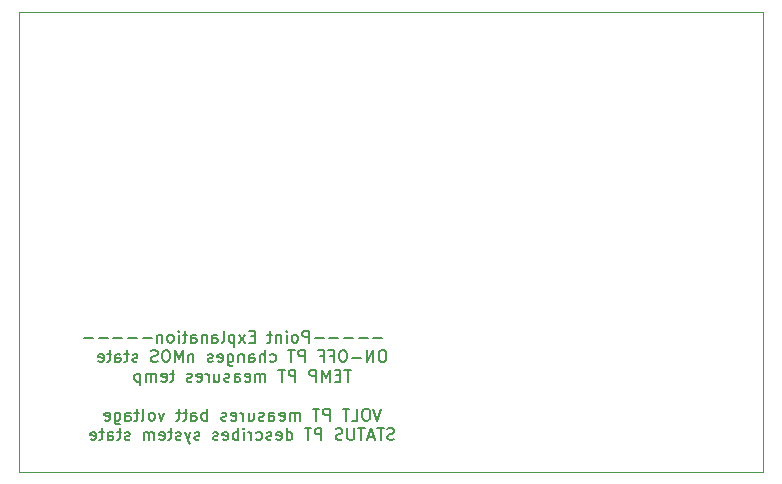
<source format=gbr>
G04 #@! TF.GenerationSoftware,KiCad,Pcbnew,(5.1.6)-1*
G04 #@! TF.CreationDate,2020-08-10T15:15:50+02:00*
G04 #@! TF.ProjectId,arduinoUno-BMSmodule,61726475-696e-46f5-956e-6f2d424d536d,rev?*
G04 #@! TF.SameCoordinates,Original*
G04 #@! TF.FileFunction,Legend,Bot*
G04 #@! TF.FilePolarity,Positive*
%FSLAX46Y46*%
G04 Gerber Fmt 4.6, Leading zero omitted, Abs format (unit mm)*
G04 Created by KiCad (PCBNEW (5.1.6)-1) date 2020-08-10 15:15:50*
%MOMM*%
%LPD*%
G01*
G04 APERTURE LIST*
G04 #@! TA.AperFunction,Profile*
%ADD10C,0.050000*%
G04 #@! TD*
%ADD11C,0.150000*%
G04 APERTURE END LIST*
D10*
X154000000Y-57000000D02*
X154000000Y-57900000D01*
X91000000Y-57000000D02*
X154000000Y-57000000D01*
X153484000Y-96000000D02*
X154000000Y-96000000D01*
X91000000Y-96000000D02*
X91000000Y-95900000D01*
X91000000Y-95900000D02*
X91000000Y-94973000D01*
D11*
X121757142Y-84646428D02*
X120995238Y-84646428D01*
X120519047Y-84646428D02*
X119757142Y-84646428D01*
X119280952Y-84646428D02*
X118519047Y-84646428D01*
X118042857Y-84646428D02*
X117280952Y-84646428D01*
X116804761Y-84646428D02*
X116042857Y-84646428D01*
X115566666Y-85027380D02*
X115566666Y-84027380D01*
X115185714Y-84027380D01*
X115090476Y-84075000D01*
X115042857Y-84122619D01*
X114995238Y-84217857D01*
X114995238Y-84360714D01*
X115042857Y-84455952D01*
X115090476Y-84503571D01*
X115185714Y-84551190D01*
X115566666Y-84551190D01*
X114423809Y-85027380D02*
X114519047Y-84979761D01*
X114566666Y-84932142D01*
X114614285Y-84836904D01*
X114614285Y-84551190D01*
X114566666Y-84455952D01*
X114519047Y-84408333D01*
X114423809Y-84360714D01*
X114280952Y-84360714D01*
X114185714Y-84408333D01*
X114138095Y-84455952D01*
X114090476Y-84551190D01*
X114090476Y-84836904D01*
X114138095Y-84932142D01*
X114185714Y-84979761D01*
X114280952Y-85027380D01*
X114423809Y-85027380D01*
X113661904Y-85027380D02*
X113661904Y-84360714D01*
X113661904Y-84027380D02*
X113709523Y-84075000D01*
X113661904Y-84122619D01*
X113614285Y-84075000D01*
X113661904Y-84027380D01*
X113661904Y-84122619D01*
X113185714Y-84360714D02*
X113185714Y-85027380D01*
X113185714Y-84455952D02*
X113138095Y-84408333D01*
X113042857Y-84360714D01*
X112900000Y-84360714D01*
X112804761Y-84408333D01*
X112757142Y-84503571D01*
X112757142Y-85027380D01*
X112423809Y-84360714D02*
X112042857Y-84360714D01*
X112280952Y-84027380D02*
X112280952Y-84884523D01*
X112233333Y-84979761D01*
X112138095Y-85027380D01*
X112042857Y-85027380D01*
X110947619Y-84503571D02*
X110614285Y-84503571D01*
X110471428Y-85027380D02*
X110947619Y-85027380D01*
X110947619Y-84027380D01*
X110471428Y-84027380D01*
X110138095Y-85027380D02*
X109614285Y-84360714D01*
X110138095Y-84360714D02*
X109614285Y-85027380D01*
X109233333Y-84360714D02*
X109233333Y-85360714D01*
X109233333Y-84408333D02*
X109138095Y-84360714D01*
X108947619Y-84360714D01*
X108852380Y-84408333D01*
X108804761Y-84455952D01*
X108757142Y-84551190D01*
X108757142Y-84836904D01*
X108804761Y-84932142D01*
X108852380Y-84979761D01*
X108947619Y-85027380D01*
X109138095Y-85027380D01*
X109233333Y-84979761D01*
X108185714Y-85027380D02*
X108280952Y-84979761D01*
X108328571Y-84884523D01*
X108328571Y-84027380D01*
X107376190Y-85027380D02*
X107376190Y-84503571D01*
X107423809Y-84408333D01*
X107519047Y-84360714D01*
X107709523Y-84360714D01*
X107804761Y-84408333D01*
X107376190Y-84979761D02*
X107471428Y-85027380D01*
X107709523Y-85027380D01*
X107804761Y-84979761D01*
X107852380Y-84884523D01*
X107852380Y-84789285D01*
X107804761Y-84694047D01*
X107709523Y-84646428D01*
X107471428Y-84646428D01*
X107376190Y-84598809D01*
X106900000Y-84360714D02*
X106900000Y-85027380D01*
X106900000Y-84455952D02*
X106852380Y-84408333D01*
X106757142Y-84360714D01*
X106614285Y-84360714D01*
X106519047Y-84408333D01*
X106471428Y-84503571D01*
X106471428Y-85027380D01*
X105566666Y-85027380D02*
X105566666Y-84503571D01*
X105614285Y-84408333D01*
X105709523Y-84360714D01*
X105900000Y-84360714D01*
X105995238Y-84408333D01*
X105566666Y-84979761D02*
X105661904Y-85027380D01*
X105900000Y-85027380D01*
X105995238Y-84979761D01*
X106042857Y-84884523D01*
X106042857Y-84789285D01*
X105995238Y-84694047D01*
X105900000Y-84646428D01*
X105661904Y-84646428D01*
X105566666Y-84598809D01*
X105233333Y-84360714D02*
X104852380Y-84360714D01*
X105090476Y-84027380D02*
X105090476Y-84884523D01*
X105042857Y-84979761D01*
X104947619Y-85027380D01*
X104852380Y-85027380D01*
X104519047Y-85027380D02*
X104519047Y-84360714D01*
X104519047Y-84027380D02*
X104566666Y-84075000D01*
X104519047Y-84122619D01*
X104471428Y-84075000D01*
X104519047Y-84027380D01*
X104519047Y-84122619D01*
X103900000Y-85027380D02*
X103995238Y-84979761D01*
X104042857Y-84932142D01*
X104090476Y-84836904D01*
X104090476Y-84551190D01*
X104042857Y-84455952D01*
X103995238Y-84408333D01*
X103900000Y-84360714D01*
X103757142Y-84360714D01*
X103661904Y-84408333D01*
X103614285Y-84455952D01*
X103566666Y-84551190D01*
X103566666Y-84836904D01*
X103614285Y-84932142D01*
X103661904Y-84979761D01*
X103757142Y-85027380D01*
X103900000Y-85027380D01*
X103138095Y-84360714D02*
X103138095Y-85027380D01*
X103138095Y-84455952D02*
X103090476Y-84408333D01*
X102995238Y-84360714D01*
X102852380Y-84360714D01*
X102757142Y-84408333D01*
X102709523Y-84503571D01*
X102709523Y-85027380D01*
X102233333Y-84646428D02*
X101471428Y-84646428D01*
X100995238Y-84646428D02*
X100233333Y-84646428D01*
X99757142Y-84646428D02*
X98995238Y-84646428D01*
X98519047Y-84646428D02*
X97757142Y-84646428D01*
X97280952Y-84646428D02*
X96519047Y-84646428D01*
X121876190Y-85677380D02*
X121685714Y-85677380D01*
X121590476Y-85725000D01*
X121495238Y-85820238D01*
X121447619Y-86010714D01*
X121447619Y-86344047D01*
X121495238Y-86534523D01*
X121590476Y-86629761D01*
X121685714Y-86677380D01*
X121876190Y-86677380D01*
X121971428Y-86629761D01*
X122066666Y-86534523D01*
X122114285Y-86344047D01*
X122114285Y-86010714D01*
X122066666Y-85820238D01*
X121971428Y-85725000D01*
X121876190Y-85677380D01*
X121019047Y-86677380D02*
X121019047Y-85677380D01*
X120447619Y-86677380D01*
X120447619Y-85677380D01*
X119971428Y-86296428D02*
X119209523Y-86296428D01*
X118542857Y-85677380D02*
X118352380Y-85677380D01*
X118257142Y-85725000D01*
X118161904Y-85820238D01*
X118114285Y-86010714D01*
X118114285Y-86344047D01*
X118161904Y-86534523D01*
X118257142Y-86629761D01*
X118352380Y-86677380D01*
X118542857Y-86677380D01*
X118638095Y-86629761D01*
X118733333Y-86534523D01*
X118780952Y-86344047D01*
X118780952Y-86010714D01*
X118733333Y-85820238D01*
X118638095Y-85725000D01*
X118542857Y-85677380D01*
X117352380Y-86153571D02*
X117685714Y-86153571D01*
X117685714Y-86677380D02*
X117685714Y-85677380D01*
X117209523Y-85677380D01*
X116495238Y-86153571D02*
X116828571Y-86153571D01*
X116828571Y-86677380D02*
X116828571Y-85677380D01*
X116352380Y-85677380D01*
X115209523Y-86677380D02*
X115209523Y-85677380D01*
X114828571Y-85677380D01*
X114733333Y-85725000D01*
X114685714Y-85772619D01*
X114638095Y-85867857D01*
X114638095Y-86010714D01*
X114685714Y-86105952D01*
X114733333Y-86153571D01*
X114828571Y-86201190D01*
X115209523Y-86201190D01*
X114352380Y-85677380D02*
X113780952Y-85677380D01*
X114066666Y-86677380D02*
X114066666Y-85677380D01*
X112257142Y-86629761D02*
X112352380Y-86677380D01*
X112542857Y-86677380D01*
X112638095Y-86629761D01*
X112685714Y-86582142D01*
X112733333Y-86486904D01*
X112733333Y-86201190D01*
X112685714Y-86105952D01*
X112638095Y-86058333D01*
X112542857Y-86010714D01*
X112352380Y-86010714D01*
X112257142Y-86058333D01*
X111828571Y-86677380D02*
X111828571Y-85677380D01*
X111400000Y-86677380D02*
X111400000Y-86153571D01*
X111447619Y-86058333D01*
X111542857Y-86010714D01*
X111685714Y-86010714D01*
X111780952Y-86058333D01*
X111828571Y-86105952D01*
X110495238Y-86677380D02*
X110495238Y-86153571D01*
X110542857Y-86058333D01*
X110638095Y-86010714D01*
X110828571Y-86010714D01*
X110923809Y-86058333D01*
X110495238Y-86629761D02*
X110590476Y-86677380D01*
X110828571Y-86677380D01*
X110923809Y-86629761D01*
X110971428Y-86534523D01*
X110971428Y-86439285D01*
X110923809Y-86344047D01*
X110828571Y-86296428D01*
X110590476Y-86296428D01*
X110495238Y-86248809D01*
X110019047Y-86010714D02*
X110019047Y-86677380D01*
X110019047Y-86105952D02*
X109971428Y-86058333D01*
X109876190Y-86010714D01*
X109733333Y-86010714D01*
X109638095Y-86058333D01*
X109590476Y-86153571D01*
X109590476Y-86677380D01*
X108685714Y-86010714D02*
X108685714Y-86820238D01*
X108733333Y-86915476D01*
X108780952Y-86963095D01*
X108876190Y-87010714D01*
X109019047Y-87010714D01*
X109114285Y-86963095D01*
X108685714Y-86629761D02*
X108780952Y-86677380D01*
X108971428Y-86677380D01*
X109066666Y-86629761D01*
X109114285Y-86582142D01*
X109161904Y-86486904D01*
X109161904Y-86201190D01*
X109114285Y-86105952D01*
X109066666Y-86058333D01*
X108971428Y-86010714D01*
X108780952Y-86010714D01*
X108685714Y-86058333D01*
X107828571Y-86629761D02*
X107923809Y-86677380D01*
X108114285Y-86677380D01*
X108209523Y-86629761D01*
X108257142Y-86534523D01*
X108257142Y-86153571D01*
X108209523Y-86058333D01*
X108114285Y-86010714D01*
X107923809Y-86010714D01*
X107828571Y-86058333D01*
X107780952Y-86153571D01*
X107780952Y-86248809D01*
X108257142Y-86344047D01*
X107400000Y-86629761D02*
X107304761Y-86677380D01*
X107114285Y-86677380D01*
X107019047Y-86629761D01*
X106971428Y-86534523D01*
X106971428Y-86486904D01*
X107019047Y-86391666D01*
X107114285Y-86344047D01*
X107257142Y-86344047D01*
X107352380Y-86296428D01*
X107400000Y-86201190D01*
X107400000Y-86153571D01*
X107352380Y-86058333D01*
X107257142Y-86010714D01*
X107114285Y-86010714D01*
X107019047Y-86058333D01*
X105780952Y-86010714D02*
X105780952Y-86677380D01*
X105780952Y-86105952D02*
X105733333Y-86058333D01*
X105638095Y-86010714D01*
X105495238Y-86010714D01*
X105400000Y-86058333D01*
X105352380Y-86153571D01*
X105352380Y-86677380D01*
X104876190Y-86677380D02*
X104876190Y-85677380D01*
X104542857Y-86391666D01*
X104209523Y-85677380D01*
X104209523Y-86677380D01*
X103542857Y-85677380D02*
X103352380Y-85677380D01*
X103257142Y-85725000D01*
X103161904Y-85820238D01*
X103114285Y-86010714D01*
X103114285Y-86344047D01*
X103161904Y-86534523D01*
X103257142Y-86629761D01*
X103352380Y-86677380D01*
X103542857Y-86677380D01*
X103638095Y-86629761D01*
X103733333Y-86534523D01*
X103780952Y-86344047D01*
X103780952Y-86010714D01*
X103733333Y-85820238D01*
X103638095Y-85725000D01*
X103542857Y-85677380D01*
X102733333Y-86629761D02*
X102590476Y-86677380D01*
X102352380Y-86677380D01*
X102257142Y-86629761D01*
X102209523Y-86582142D01*
X102161904Y-86486904D01*
X102161904Y-86391666D01*
X102209523Y-86296428D01*
X102257142Y-86248809D01*
X102352380Y-86201190D01*
X102542857Y-86153571D01*
X102638095Y-86105952D01*
X102685714Y-86058333D01*
X102733333Y-85963095D01*
X102733333Y-85867857D01*
X102685714Y-85772619D01*
X102638095Y-85725000D01*
X102542857Y-85677380D01*
X102304761Y-85677380D01*
X102161904Y-85725000D01*
X101019047Y-86629761D02*
X100923809Y-86677380D01*
X100733333Y-86677380D01*
X100638095Y-86629761D01*
X100590476Y-86534523D01*
X100590476Y-86486904D01*
X100638095Y-86391666D01*
X100733333Y-86344047D01*
X100876190Y-86344047D01*
X100971428Y-86296428D01*
X101019047Y-86201190D01*
X101019047Y-86153571D01*
X100971428Y-86058333D01*
X100876190Y-86010714D01*
X100733333Y-86010714D01*
X100638095Y-86058333D01*
X100304761Y-86010714D02*
X99923809Y-86010714D01*
X100161904Y-85677380D02*
X100161904Y-86534523D01*
X100114285Y-86629761D01*
X100019047Y-86677380D01*
X99923809Y-86677380D01*
X99161904Y-86677380D02*
X99161904Y-86153571D01*
X99209523Y-86058333D01*
X99304761Y-86010714D01*
X99495238Y-86010714D01*
X99590476Y-86058333D01*
X99161904Y-86629761D02*
X99257142Y-86677380D01*
X99495238Y-86677380D01*
X99590476Y-86629761D01*
X99638095Y-86534523D01*
X99638095Y-86439285D01*
X99590476Y-86344047D01*
X99495238Y-86296428D01*
X99257142Y-86296428D01*
X99161904Y-86248809D01*
X98828571Y-86010714D02*
X98447619Y-86010714D01*
X98685714Y-85677380D02*
X98685714Y-86534523D01*
X98638095Y-86629761D01*
X98542857Y-86677380D01*
X98447619Y-86677380D01*
X97733333Y-86629761D02*
X97828571Y-86677380D01*
X98019047Y-86677380D01*
X98114285Y-86629761D01*
X98161904Y-86534523D01*
X98161904Y-86153571D01*
X98114285Y-86058333D01*
X98019047Y-86010714D01*
X97828571Y-86010714D01*
X97733333Y-86058333D01*
X97685714Y-86153571D01*
X97685714Y-86248809D01*
X98161904Y-86344047D01*
X119114285Y-87327380D02*
X118542857Y-87327380D01*
X118828571Y-88327380D02*
X118828571Y-87327380D01*
X118209523Y-87803571D02*
X117876190Y-87803571D01*
X117733333Y-88327380D02*
X118209523Y-88327380D01*
X118209523Y-87327380D01*
X117733333Y-87327380D01*
X117304761Y-88327380D02*
X117304761Y-87327380D01*
X116971428Y-88041666D01*
X116638095Y-87327380D01*
X116638095Y-88327380D01*
X116161904Y-88327380D02*
X116161904Y-87327380D01*
X115780952Y-87327380D01*
X115685714Y-87375000D01*
X115638095Y-87422619D01*
X115590476Y-87517857D01*
X115590476Y-87660714D01*
X115638095Y-87755952D01*
X115685714Y-87803571D01*
X115780952Y-87851190D01*
X116161904Y-87851190D01*
X114400000Y-88327380D02*
X114400000Y-87327380D01*
X114019047Y-87327380D01*
X113923809Y-87375000D01*
X113876190Y-87422619D01*
X113828571Y-87517857D01*
X113828571Y-87660714D01*
X113876190Y-87755952D01*
X113923809Y-87803571D01*
X114019047Y-87851190D01*
X114400000Y-87851190D01*
X113542857Y-87327380D02*
X112971428Y-87327380D01*
X113257142Y-88327380D02*
X113257142Y-87327380D01*
X111876190Y-88327380D02*
X111876190Y-87660714D01*
X111876190Y-87755952D02*
X111828571Y-87708333D01*
X111733333Y-87660714D01*
X111590476Y-87660714D01*
X111495238Y-87708333D01*
X111447619Y-87803571D01*
X111447619Y-88327380D01*
X111447619Y-87803571D02*
X111400000Y-87708333D01*
X111304761Y-87660714D01*
X111161904Y-87660714D01*
X111066666Y-87708333D01*
X111019047Y-87803571D01*
X111019047Y-88327380D01*
X110161904Y-88279761D02*
X110257142Y-88327380D01*
X110447619Y-88327380D01*
X110542857Y-88279761D01*
X110590476Y-88184523D01*
X110590476Y-87803571D01*
X110542857Y-87708333D01*
X110447619Y-87660714D01*
X110257142Y-87660714D01*
X110161904Y-87708333D01*
X110114285Y-87803571D01*
X110114285Y-87898809D01*
X110590476Y-87994047D01*
X109257142Y-88327380D02*
X109257142Y-87803571D01*
X109304761Y-87708333D01*
X109400000Y-87660714D01*
X109590476Y-87660714D01*
X109685714Y-87708333D01*
X109257142Y-88279761D02*
X109352380Y-88327380D01*
X109590476Y-88327380D01*
X109685714Y-88279761D01*
X109733333Y-88184523D01*
X109733333Y-88089285D01*
X109685714Y-87994047D01*
X109590476Y-87946428D01*
X109352380Y-87946428D01*
X109257142Y-87898809D01*
X108828571Y-88279761D02*
X108733333Y-88327380D01*
X108542857Y-88327380D01*
X108447619Y-88279761D01*
X108400000Y-88184523D01*
X108400000Y-88136904D01*
X108447619Y-88041666D01*
X108542857Y-87994047D01*
X108685714Y-87994047D01*
X108780952Y-87946428D01*
X108828571Y-87851190D01*
X108828571Y-87803571D01*
X108780952Y-87708333D01*
X108685714Y-87660714D01*
X108542857Y-87660714D01*
X108447619Y-87708333D01*
X107542857Y-87660714D02*
X107542857Y-88327380D01*
X107971428Y-87660714D02*
X107971428Y-88184523D01*
X107923809Y-88279761D01*
X107828571Y-88327380D01*
X107685714Y-88327380D01*
X107590476Y-88279761D01*
X107542857Y-88232142D01*
X107066666Y-88327380D02*
X107066666Y-87660714D01*
X107066666Y-87851190D02*
X107019047Y-87755952D01*
X106971428Y-87708333D01*
X106876190Y-87660714D01*
X106780952Y-87660714D01*
X106066666Y-88279761D02*
X106161904Y-88327380D01*
X106352380Y-88327380D01*
X106447619Y-88279761D01*
X106495238Y-88184523D01*
X106495238Y-87803571D01*
X106447619Y-87708333D01*
X106352380Y-87660714D01*
X106161904Y-87660714D01*
X106066666Y-87708333D01*
X106019047Y-87803571D01*
X106019047Y-87898809D01*
X106495238Y-87994047D01*
X105638095Y-88279761D02*
X105542857Y-88327380D01*
X105352380Y-88327380D01*
X105257142Y-88279761D01*
X105209523Y-88184523D01*
X105209523Y-88136904D01*
X105257142Y-88041666D01*
X105352380Y-87994047D01*
X105495238Y-87994047D01*
X105590476Y-87946428D01*
X105638095Y-87851190D01*
X105638095Y-87803571D01*
X105590476Y-87708333D01*
X105495238Y-87660714D01*
X105352380Y-87660714D01*
X105257142Y-87708333D01*
X104161904Y-87660714D02*
X103780952Y-87660714D01*
X104019047Y-87327380D02*
X104019047Y-88184523D01*
X103971428Y-88279761D01*
X103876190Y-88327380D01*
X103780952Y-88327380D01*
X103066666Y-88279761D02*
X103161904Y-88327380D01*
X103352380Y-88327380D01*
X103447619Y-88279761D01*
X103495238Y-88184523D01*
X103495238Y-87803571D01*
X103447619Y-87708333D01*
X103352380Y-87660714D01*
X103161904Y-87660714D01*
X103066666Y-87708333D01*
X103019047Y-87803571D01*
X103019047Y-87898809D01*
X103495238Y-87994047D01*
X102590476Y-88327380D02*
X102590476Y-87660714D01*
X102590476Y-87755952D02*
X102542857Y-87708333D01*
X102447619Y-87660714D01*
X102304761Y-87660714D01*
X102209523Y-87708333D01*
X102161904Y-87803571D01*
X102161904Y-88327380D01*
X102161904Y-87803571D02*
X102114285Y-87708333D01*
X102019047Y-87660714D01*
X101876190Y-87660714D01*
X101780952Y-87708333D01*
X101733333Y-87803571D01*
X101733333Y-88327380D01*
X101257142Y-87660714D02*
X101257142Y-88660714D01*
X101257142Y-87708333D02*
X101161904Y-87660714D01*
X100971428Y-87660714D01*
X100876190Y-87708333D01*
X100828571Y-87755952D01*
X100780952Y-87851190D01*
X100780952Y-88136904D01*
X100828571Y-88232142D01*
X100876190Y-88279761D01*
X100971428Y-88327380D01*
X101161904Y-88327380D01*
X101257142Y-88279761D01*
X121685714Y-90627380D02*
X121352380Y-91627380D01*
X121019047Y-90627380D01*
X120495238Y-90627380D02*
X120304761Y-90627380D01*
X120209523Y-90675000D01*
X120114285Y-90770238D01*
X120066666Y-90960714D01*
X120066666Y-91294047D01*
X120114285Y-91484523D01*
X120209523Y-91579761D01*
X120304761Y-91627380D01*
X120495238Y-91627380D01*
X120590476Y-91579761D01*
X120685714Y-91484523D01*
X120733333Y-91294047D01*
X120733333Y-90960714D01*
X120685714Y-90770238D01*
X120590476Y-90675000D01*
X120495238Y-90627380D01*
X119161904Y-91627380D02*
X119638095Y-91627380D01*
X119638095Y-90627380D01*
X118971428Y-90627380D02*
X118400000Y-90627380D01*
X118685714Y-91627380D02*
X118685714Y-90627380D01*
X117304761Y-91627380D02*
X117304761Y-90627380D01*
X116923809Y-90627380D01*
X116828571Y-90675000D01*
X116780952Y-90722619D01*
X116733333Y-90817857D01*
X116733333Y-90960714D01*
X116780952Y-91055952D01*
X116828571Y-91103571D01*
X116923809Y-91151190D01*
X117304761Y-91151190D01*
X116447619Y-90627380D02*
X115876190Y-90627380D01*
X116161904Y-91627380D02*
X116161904Y-90627380D01*
X114780952Y-91627380D02*
X114780952Y-90960714D01*
X114780952Y-91055952D02*
X114733333Y-91008333D01*
X114638095Y-90960714D01*
X114495238Y-90960714D01*
X114400000Y-91008333D01*
X114352380Y-91103571D01*
X114352380Y-91627380D01*
X114352380Y-91103571D02*
X114304761Y-91008333D01*
X114209523Y-90960714D01*
X114066666Y-90960714D01*
X113971428Y-91008333D01*
X113923809Y-91103571D01*
X113923809Y-91627380D01*
X113066666Y-91579761D02*
X113161904Y-91627380D01*
X113352380Y-91627380D01*
X113447619Y-91579761D01*
X113495238Y-91484523D01*
X113495238Y-91103571D01*
X113447619Y-91008333D01*
X113352380Y-90960714D01*
X113161904Y-90960714D01*
X113066666Y-91008333D01*
X113019047Y-91103571D01*
X113019047Y-91198809D01*
X113495238Y-91294047D01*
X112161904Y-91627380D02*
X112161904Y-91103571D01*
X112209523Y-91008333D01*
X112304761Y-90960714D01*
X112495238Y-90960714D01*
X112590476Y-91008333D01*
X112161904Y-91579761D02*
X112257142Y-91627380D01*
X112495238Y-91627380D01*
X112590476Y-91579761D01*
X112638095Y-91484523D01*
X112638095Y-91389285D01*
X112590476Y-91294047D01*
X112495238Y-91246428D01*
X112257142Y-91246428D01*
X112161904Y-91198809D01*
X111733333Y-91579761D02*
X111638095Y-91627380D01*
X111447619Y-91627380D01*
X111352380Y-91579761D01*
X111304761Y-91484523D01*
X111304761Y-91436904D01*
X111352380Y-91341666D01*
X111447619Y-91294047D01*
X111590476Y-91294047D01*
X111685714Y-91246428D01*
X111733333Y-91151190D01*
X111733333Y-91103571D01*
X111685714Y-91008333D01*
X111590476Y-90960714D01*
X111447619Y-90960714D01*
X111352380Y-91008333D01*
X110447619Y-90960714D02*
X110447619Y-91627380D01*
X110876190Y-90960714D02*
X110876190Y-91484523D01*
X110828571Y-91579761D01*
X110733333Y-91627380D01*
X110590476Y-91627380D01*
X110495238Y-91579761D01*
X110447619Y-91532142D01*
X109971428Y-91627380D02*
X109971428Y-90960714D01*
X109971428Y-91151190D02*
X109923809Y-91055952D01*
X109876190Y-91008333D01*
X109780952Y-90960714D01*
X109685714Y-90960714D01*
X108971428Y-91579761D02*
X109066666Y-91627380D01*
X109257142Y-91627380D01*
X109352380Y-91579761D01*
X109400000Y-91484523D01*
X109400000Y-91103571D01*
X109352380Y-91008333D01*
X109257142Y-90960714D01*
X109066666Y-90960714D01*
X108971428Y-91008333D01*
X108923809Y-91103571D01*
X108923809Y-91198809D01*
X109400000Y-91294047D01*
X108542857Y-91579761D02*
X108447619Y-91627380D01*
X108257142Y-91627380D01*
X108161904Y-91579761D01*
X108114285Y-91484523D01*
X108114285Y-91436904D01*
X108161904Y-91341666D01*
X108257142Y-91294047D01*
X108400000Y-91294047D01*
X108495238Y-91246428D01*
X108542857Y-91151190D01*
X108542857Y-91103571D01*
X108495238Y-91008333D01*
X108400000Y-90960714D01*
X108257142Y-90960714D01*
X108161904Y-91008333D01*
X106923809Y-91627380D02*
X106923809Y-90627380D01*
X106923809Y-91008333D02*
X106828571Y-90960714D01*
X106638095Y-90960714D01*
X106542857Y-91008333D01*
X106495238Y-91055952D01*
X106447619Y-91151190D01*
X106447619Y-91436904D01*
X106495238Y-91532142D01*
X106542857Y-91579761D01*
X106638095Y-91627380D01*
X106828571Y-91627380D01*
X106923809Y-91579761D01*
X105590476Y-91627380D02*
X105590476Y-91103571D01*
X105638095Y-91008333D01*
X105733333Y-90960714D01*
X105923809Y-90960714D01*
X106019047Y-91008333D01*
X105590476Y-91579761D02*
X105685714Y-91627380D01*
X105923809Y-91627380D01*
X106019047Y-91579761D01*
X106066666Y-91484523D01*
X106066666Y-91389285D01*
X106019047Y-91294047D01*
X105923809Y-91246428D01*
X105685714Y-91246428D01*
X105590476Y-91198809D01*
X105257142Y-90960714D02*
X104876190Y-90960714D01*
X105114285Y-90627380D02*
X105114285Y-91484523D01*
X105066666Y-91579761D01*
X104971428Y-91627380D01*
X104876190Y-91627380D01*
X104685714Y-90960714D02*
X104304761Y-90960714D01*
X104542857Y-90627380D02*
X104542857Y-91484523D01*
X104495238Y-91579761D01*
X104400000Y-91627380D01*
X104304761Y-91627380D01*
X103304761Y-90960714D02*
X103066666Y-91627380D01*
X102828571Y-90960714D01*
X102304761Y-91627380D02*
X102400000Y-91579761D01*
X102447619Y-91532142D01*
X102495238Y-91436904D01*
X102495238Y-91151190D01*
X102447619Y-91055952D01*
X102400000Y-91008333D01*
X102304761Y-90960714D01*
X102161904Y-90960714D01*
X102066666Y-91008333D01*
X102019047Y-91055952D01*
X101971428Y-91151190D01*
X101971428Y-91436904D01*
X102019047Y-91532142D01*
X102066666Y-91579761D01*
X102161904Y-91627380D01*
X102304761Y-91627380D01*
X101400000Y-91627380D02*
X101495238Y-91579761D01*
X101542857Y-91484523D01*
X101542857Y-90627380D01*
X101161904Y-90960714D02*
X100780952Y-90960714D01*
X101019047Y-90627380D02*
X101019047Y-91484523D01*
X100971428Y-91579761D01*
X100876190Y-91627380D01*
X100780952Y-91627380D01*
X100019047Y-91627380D02*
X100019047Y-91103571D01*
X100066666Y-91008333D01*
X100161904Y-90960714D01*
X100352380Y-90960714D01*
X100447619Y-91008333D01*
X100019047Y-91579761D02*
X100114285Y-91627380D01*
X100352380Y-91627380D01*
X100447619Y-91579761D01*
X100495238Y-91484523D01*
X100495238Y-91389285D01*
X100447619Y-91294047D01*
X100352380Y-91246428D01*
X100114285Y-91246428D01*
X100019047Y-91198809D01*
X99114285Y-90960714D02*
X99114285Y-91770238D01*
X99161904Y-91865476D01*
X99209523Y-91913095D01*
X99304761Y-91960714D01*
X99447619Y-91960714D01*
X99542857Y-91913095D01*
X99114285Y-91579761D02*
X99209523Y-91627380D01*
X99400000Y-91627380D01*
X99495238Y-91579761D01*
X99542857Y-91532142D01*
X99590476Y-91436904D01*
X99590476Y-91151190D01*
X99542857Y-91055952D01*
X99495238Y-91008333D01*
X99400000Y-90960714D01*
X99209523Y-90960714D01*
X99114285Y-91008333D01*
X98257142Y-91579761D02*
X98352380Y-91627380D01*
X98542857Y-91627380D01*
X98638095Y-91579761D01*
X98685714Y-91484523D01*
X98685714Y-91103571D01*
X98638095Y-91008333D01*
X98542857Y-90960714D01*
X98352380Y-90960714D01*
X98257142Y-91008333D01*
X98209523Y-91103571D01*
X98209523Y-91198809D01*
X98685714Y-91294047D01*
X122757142Y-93229761D02*
X122614285Y-93277380D01*
X122376190Y-93277380D01*
X122280952Y-93229761D01*
X122233333Y-93182142D01*
X122185714Y-93086904D01*
X122185714Y-92991666D01*
X122233333Y-92896428D01*
X122280952Y-92848809D01*
X122376190Y-92801190D01*
X122566666Y-92753571D01*
X122661904Y-92705952D01*
X122709523Y-92658333D01*
X122757142Y-92563095D01*
X122757142Y-92467857D01*
X122709523Y-92372619D01*
X122661904Y-92325000D01*
X122566666Y-92277380D01*
X122328571Y-92277380D01*
X122185714Y-92325000D01*
X121900000Y-92277380D02*
X121328571Y-92277380D01*
X121614285Y-93277380D02*
X121614285Y-92277380D01*
X121042857Y-92991666D02*
X120566666Y-92991666D01*
X121138095Y-93277380D02*
X120804761Y-92277380D01*
X120471428Y-93277380D01*
X120280952Y-92277380D02*
X119709523Y-92277380D01*
X119995238Y-93277380D02*
X119995238Y-92277380D01*
X119376190Y-92277380D02*
X119376190Y-93086904D01*
X119328571Y-93182142D01*
X119280952Y-93229761D01*
X119185714Y-93277380D01*
X118995238Y-93277380D01*
X118900000Y-93229761D01*
X118852380Y-93182142D01*
X118804761Y-93086904D01*
X118804761Y-92277380D01*
X118376190Y-93229761D02*
X118233333Y-93277380D01*
X117995238Y-93277380D01*
X117900000Y-93229761D01*
X117852380Y-93182142D01*
X117804761Y-93086904D01*
X117804761Y-92991666D01*
X117852380Y-92896428D01*
X117900000Y-92848809D01*
X117995238Y-92801190D01*
X118185714Y-92753571D01*
X118280952Y-92705952D01*
X118328571Y-92658333D01*
X118376190Y-92563095D01*
X118376190Y-92467857D01*
X118328571Y-92372619D01*
X118280952Y-92325000D01*
X118185714Y-92277380D01*
X117947619Y-92277380D01*
X117804761Y-92325000D01*
X116614285Y-93277380D02*
X116614285Y-92277380D01*
X116233333Y-92277380D01*
X116138095Y-92325000D01*
X116090476Y-92372619D01*
X116042857Y-92467857D01*
X116042857Y-92610714D01*
X116090476Y-92705952D01*
X116138095Y-92753571D01*
X116233333Y-92801190D01*
X116614285Y-92801190D01*
X115757142Y-92277380D02*
X115185714Y-92277380D01*
X115471428Y-93277380D02*
X115471428Y-92277380D01*
X113661904Y-93277380D02*
X113661904Y-92277380D01*
X113661904Y-93229761D02*
X113757142Y-93277380D01*
X113947619Y-93277380D01*
X114042857Y-93229761D01*
X114090476Y-93182142D01*
X114138095Y-93086904D01*
X114138095Y-92801190D01*
X114090476Y-92705952D01*
X114042857Y-92658333D01*
X113947619Y-92610714D01*
X113757142Y-92610714D01*
X113661904Y-92658333D01*
X112804761Y-93229761D02*
X112900000Y-93277380D01*
X113090476Y-93277380D01*
X113185714Y-93229761D01*
X113233333Y-93134523D01*
X113233333Y-92753571D01*
X113185714Y-92658333D01*
X113090476Y-92610714D01*
X112900000Y-92610714D01*
X112804761Y-92658333D01*
X112757142Y-92753571D01*
X112757142Y-92848809D01*
X113233333Y-92944047D01*
X112376190Y-93229761D02*
X112280952Y-93277380D01*
X112090476Y-93277380D01*
X111995238Y-93229761D01*
X111947619Y-93134523D01*
X111947619Y-93086904D01*
X111995238Y-92991666D01*
X112090476Y-92944047D01*
X112233333Y-92944047D01*
X112328571Y-92896428D01*
X112376190Y-92801190D01*
X112376190Y-92753571D01*
X112328571Y-92658333D01*
X112233333Y-92610714D01*
X112090476Y-92610714D01*
X111995238Y-92658333D01*
X111090476Y-93229761D02*
X111185714Y-93277380D01*
X111376190Y-93277380D01*
X111471428Y-93229761D01*
X111519047Y-93182142D01*
X111566666Y-93086904D01*
X111566666Y-92801190D01*
X111519047Y-92705952D01*
X111471428Y-92658333D01*
X111376190Y-92610714D01*
X111185714Y-92610714D01*
X111090476Y-92658333D01*
X110661904Y-93277380D02*
X110661904Y-92610714D01*
X110661904Y-92801190D02*
X110614285Y-92705952D01*
X110566666Y-92658333D01*
X110471428Y-92610714D01*
X110376190Y-92610714D01*
X110042857Y-93277380D02*
X110042857Y-92610714D01*
X110042857Y-92277380D02*
X110090476Y-92325000D01*
X110042857Y-92372619D01*
X109995238Y-92325000D01*
X110042857Y-92277380D01*
X110042857Y-92372619D01*
X109566666Y-93277380D02*
X109566666Y-92277380D01*
X109566666Y-92658333D02*
X109471428Y-92610714D01*
X109280952Y-92610714D01*
X109185714Y-92658333D01*
X109138095Y-92705952D01*
X109090476Y-92801190D01*
X109090476Y-93086904D01*
X109138095Y-93182142D01*
X109185714Y-93229761D01*
X109280952Y-93277380D01*
X109471428Y-93277380D01*
X109566666Y-93229761D01*
X108280952Y-93229761D02*
X108376190Y-93277380D01*
X108566666Y-93277380D01*
X108661904Y-93229761D01*
X108709523Y-93134523D01*
X108709523Y-92753571D01*
X108661904Y-92658333D01*
X108566666Y-92610714D01*
X108376190Y-92610714D01*
X108280952Y-92658333D01*
X108233333Y-92753571D01*
X108233333Y-92848809D01*
X108709523Y-92944047D01*
X107852380Y-93229761D02*
X107757142Y-93277380D01*
X107566666Y-93277380D01*
X107471428Y-93229761D01*
X107423809Y-93134523D01*
X107423809Y-93086904D01*
X107471428Y-92991666D01*
X107566666Y-92944047D01*
X107709523Y-92944047D01*
X107804761Y-92896428D01*
X107852380Y-92801190D01*
X107852380Y-92753571D01*
X107804761Y-92658333D01*
X107709523Y-92610714D01*
X107566666Y-92610714D01*
X107471428Y-92658333D01*
X106280952Y-93229761D02*
X106185714Y-93277380D01*
X105995238Y-93277380D01*
X105900000Y-93229761D01*
X105852380Y-93134523D01*
X105852380Y-93086904D01*
X105900000Y-92991666D01*
X105995238Y-92944047D01*
X106138095Y-92944047D01*
X106233333Y-92896428D01*
X106280952Y-92801190D01*
X106280952Y-92753571D01*
X106233333Y-92658333D01*
X106138095Y-92610714D01*
X105995238Y-92610714D01*
X105900000Y-92658333D01*
X105519047Y-92610714D02*
X105280952Y-93277380D01*
X105042857Y-92610714D02*
X105280952Y-93277380D01*
X105376190Y-93515476D01*
X105423809Y-93563095D01*
X105519047Y-93610714D01*
X104709523Y-93229761D02*
X104614285Y-93277380D01*
X104423809Y-93277380D01*
X104328571Y-93229761D01*
X104280952Y-93134523D01*
X104280952Y-93086904D01*
X104328571Y-92991666D01*
X104423809Y-92944047D01*
X104566666Y-92944047D01*
X104661904Y-92896428D01*
X104709523Y-92801190D01*
X104709523Y-92753571D01*
X104661904Y-92658333D01*
X104566666Y-92610714D01*
X104423809Y-92610714D01*
X104328571Y-92658333D01*
X103995238Y-92610714D02*
X103614285Y-92610714D01*
X103852380Y-92277380D02*
X103852380Y-93134523D01*
X103804761Y-93229761D01*
X103709523Y-93277380D01*
X103614285Y-93277380D01*
X102900000Y-93229761D02*
X102995238Y-93277380D01*
X103185714Y-93277380D01*
X103280952Y-93229761D01*
X103328571Y-93134523D01*
X103328571Y-92753571D01*
X103280952Y-92658333D01*
X103185714Y-92610714D01*
X102995238Y-92610714D01*
X102900000Y-92658333D01*
X102852380Y-92753571D01*
X102852380Y-92848809D01*
X103328571Y-92944047D01*
X102423809Y-93277380D02*
X102423809Y-92610714D01*
X102423809Y-92705952D02*
X102376190Y-92658333D01*
X102280952Y-92610714D01*
X102138095Y-92610714D01*
X102042857Y-92658333D01*
X101995238Y-92753571D01*
X101995238Y-93277380D01*
X101995238Y-92753571D02*
X101947619Y-92658333D01*
X101852380Y-92610714D01*
X101709523Y-92610714D01*
X101614285Y-92658333D01*
X101566666Y-92753571D01*
X101566666Y-93277380D01*
X100376190Y-93229761D02*
X100280952Y-93277380D01*
X100090476Y-93277380D01*
X99995238Y-93229761D01*
X99947619Y-93134523D01*
X99947619Y-93086904D01*
X99995238Y-92991666D01*
X100090476Y-92944047D01*
X100233333Y-92944047D01*
X100328571Y-92896428D01*
X100376190Y-92801190D01*
X100376190Y-92753571D01*
X100328571Y-92658333D01*
X100233333Y-92610714D01*
X100090476Y-92610714D01*
X99995238Y-92658333D01*
X99661904Y-92610714D02*
X99280952Y-92610714D01*
X99519047Y-92277380D02*
X99519047Y-93134523D01*
X99471428Y-93229761D01*
X99376190Y-93277380D01*
X99280952Y-93277380D01*
X98519047Y-93277380D02*
X98519047Y-92753571D01*
X98566666Y-92658333D01*
X98661904Y-92610714D01*
X98852380Y-92610714D01*
X98947619Y-92658333D01*
X98519047Y-93229761D02*
X98614285Y-93277380D01*
X98852380Y-93277380D01*
X98947619Y-93229761D01*
X98995238Y-93134523D01*
X98995238Y-93039285D01*
X98947619Y-92944047D01*
X98852380Y-92896428D01*
X98614285Y-92896428D01*
X98519047Y-92848809D01*
X98185714Y-92610714D02*
X97804761Y-92610714D01*
X98042857Y-92277380D02*
X98042857Y-93134523D01*
X97995238Y-93229761D01*
X97900000Y-93277380D01*
X97804761Y-93277380D01*
X97090476Y-93229761D02*
X97185714Y-93277380D01*
X97376190Y-93277380D01*
X97471428Y-93229761D01*
X97519047Y-93134523D01*
X97519047Y-92753571D01*
X97471428Y-92658333D01*
X97376190Y-92610714D01*
X97185714Y-92610714D01*
X97090476Y-92658333D01*
X97042857Y-92753571D01*
X97042857Y-92848809D01*
X97519047Y-92944047D01*
D10*
X91000000Y-94973000D02*
X91000000Y-57000000D01*
X93921000Y-96000000D02*
X91000000Y-96000000D01*
X153484000Y-96000000D02*
X93921000Y-96000000D01*
X154000000Y-57900000D02*
X154000000Y-96000000D01*
M02*

</source>
